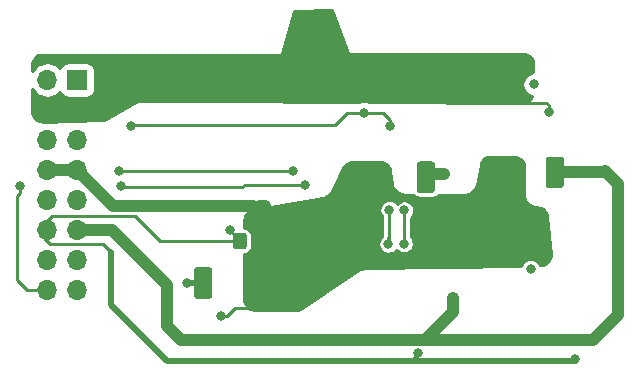
<source format=gtl>
%TF.GenerationSoftware,KiCad,Pcbnew,(5.1.4-0-10_14)*%
%TF.CreationDate,2021-01-25T16:41:12+01:00*%
%TF.ProjectId,DAUGHTER_ALLin,44415547-4854-4455-925f-414c4c696e2e,rev?*%
%TF.SameCoordinates,Original*%
%TF.FileFunction,Copper,L1,Top*%
%TF.FilePolarity,Positive*%
%FSLAX46Y46*%
G04 Gerber Fmt 4.6, Leading zero omitted, Abs format (unit mm)*
G04 Created by KiCad (PCBNEW (5.1.4-0-10_14)) date 2021-01-25 16:41:12*
%MOMM*%
%LPD*%
G04 APERTURE LIST*
%ADD10R,1.700000X1.700000*%
%ADD11O,1.700000X1.700000*%
%ADD12C,0.150000*%
%ADD13C,1.525000*%
%ADD14C,1.150000*%
%ADD15C,0.800000*%
%ADD16C,0.400000*%
%ADD17C,1.000000*%
%ADD18C,0.250000*%
%ADD19C,0.500000*%
%ADD20C,0.254000*%
G04 APERTURE END LIST*
D10*
X79667100Y-98050600D03*
D11*
X77127100Y-98050600D03*
X79667100Y-100590600D03*
X77127100Y-100590600D03*
X79667100Y-103130600D03*
X77127100Y-103130600D03*
X79667100Y-105670600D03*
X77127100Y-105670600D03*
X79667100Y-108210600D03*
X77127100Y-108210600D03*
X79667100Y-110750600D03*
X77127100Y-110750600D03*
X79667100Y-113290600D03*
X77127100Y-113290600D03*
X79667100Y-115830600D03*
X77127100Y-115830600D03*
D12*
G36*
X115979305Y-104530704D02*
G01*
X116003573Y-104534304D01*
X116027372Y-104540265D01*
X116050471Y-104548530D01*
X116072650Y-104559020D01*
X116093693Y-104571632D01*
X116113399Y-104586247D01*
X116131577Y-104602723D01*
X116148053Y-104620901D01*
X116162668Y-104640607D01*
X116175280Y-104661650D01*
X116185770Y-104683829D01*
X116194035Y-104706928D01*
X116199996Y-104730727D01*
X116203596Y-104754995D01*
X116204800Y-104779499D01*
X116204800Y-106929501D01*
X116203596Y-106954005D01*
X116199996Y-106978273D01*
X116194035Y-107002072D01*
X116185770Y-107025171D01*
X116175280Y-107047350D01*
X116162668Y-107068393D01*
X116148053Y-107088099D01*
X116131577Y-107106277D01*
X116113399Y-107122753D01*
X116093693Y-107137368D01*
X116072650Y-107149980D01*
X116050471Y-107160470D01*
X116027372Y-107168735D01*
X116003573Y-107174696D01*
X115979305Y-107178296D01*
X115954801Y-107179500D01*
X114929799Y-107179500D01*
X114905295Y-107178296D01*
X114881027Y-107174696D01*
X114857228Y-107168735D01*
X114834129Y-107160470D01*
X114811950Y-107149980D01*
X114790907Y-107137368D01*
X114771201Y-107122753D01*
X114753023Y-107106277D01*
X114736547Y-107088099D01*
X114721932Y-107068393D01*
X114709320Y-107047350D01*
X114698830Y-107025171D01*
X114690565Y-107002072D01*
X114684604Y-106978273D01*
X114681004Y-106954005D01*
X114679800Y-106929501D01*
X114679800Y-104779499D01*
X114681004Y-104754995D01*
X114684604Y-104730727D01*
X114690565Y-104706928D01*
X114698830Y-104683829D01*
X114709320Y-104661650D01*
X114721932Y-104640607D01*
X114736547Y-104620901D01*
X114753023Y-104602723D01*
X114771201Y-104586247D01*
X114790907Y-104571632D01*
X114811950Y-104559020D01*
X114834129Y-104548530D01*
X114857228Y-104540265D01*
X114881027Y-104534304D01*
X114905295Y-104530704D01*
X114929799Y-104529500D01*
X115954801Y-104529500D01*
X115979305Y-104530704D01*
X115979305Y-104530704D01*
G37*
D13*
X115442300Y-105854500D03*
D12*
G36*
X120654305Y-104530704D02*
G01*
X120678573Y-104534304D01*
X120702372Y-104540265D01*
X120725471Y-104548530D01*
X120747650Y-104559020D01*
X120768693Y-104571632D01*
X120788399Y-104586247D01*
X120806577Y-104602723D01*
X120823053Y-104620901D01*
X120837668Y-104640607D01*
X120850280Y-104661650D01*
X120860770Y-104683829D01*
X120869035Y-104706928D01*
X120874996Y-104730727D01*
X120878596Y-104754995D01*
X120879800Y-104779499D01*
X120879800Y-106929501D01*
X120878596Y-106954005D01*
X120874996Y-106978273D01*
X120869035Y-107002072D01*
X120860770Y-107025171D01*
X120850280Y-107047350D01*
X120837668Y-107068393D01*
X120823053Y-107088099D01*
X120806577Y-107106277D01*
X120788399Y-107122753D01*
X120768693Y-107137368D01*
X120747650Y-107149980D01*
X120725471Y-107160470D01*
X120702372Y-107168735D01*
X120678573Y-107174696D01*
X120654305Y-107178296D01*
X120629801Y-107179500D01*
X119604799Y-107179500D01*
X119580295Y-107178296D01*
X119556027Y-107174696D01*
X119532228Y-107168735D01*
X119509129Y-107160470D01*
X119486950Y-107149980D01*
X119465907Y-107137368D01*
X119446201Y-107122753D01*
X119428023Y-107106277D01*
X119411547Y-107088099D01*
X119396932Y-107068393D01*
X119384320Y-107047350D01*
X119373830Y-107025171D01*
X119365565Y-107002072D01*
X119359604Y-106978273D01*
X119356004Y-106954005D01*
X119354800Y-106929501D01*
X119354800Y-104779499D01*
X119356004Y-104754995D01*
X119359604Y-104730727D01*
X119365565Y-104706928D01*
X119373830Y-104683829D01*
X119384320Y-104661650D01*
X119396932Y-104640607D01*
X119411547Y-104620901D01*
X119428023Y-104602723D01*
X119446201Y-104586247D01*
X119465907Y-104571632D01*
X119486950Y-104559020D01*
X119509129Y-104548530D01*
X119532228Y-104540265D01*
X119556027Y-104534304D01*
X119580295Y-104530704D01*
X119604799Y-104529500D01*
X120629801Y-104529500D01*
X120654305Y-104530704D01*
X120654305Y-104530704D01*
G37*
D13*
X120117300Y-105854500D03*
D12*
G36*
X95840805Y-110978904D02*
G01*
X95865073Y-110982504D01*
X95888872Y-110988465D01*
X95911971Y-110996730D01*
X95934150Y-111007220D01*
X95955193Y-111019832D01*
X95974899Y-111034447D01*
X95993077Y-111050923D01*
X96009553Y-111069101D01*
X96024168Y-111088807D01*
X96036780Y-111109850D01*
X96047270Y-111132029D01*
X96055535Y-111155128D01*
X96061496Y-111178927D01*
X96065096Y-111203195D01*
X96066300Y-111227699D01*
X96066300Y-112127701D01*
X96065096Y-112152205D01*
X96061496Y-112176473D01*
X96055535Y-112200272D01*
X96047270Y-112223371D01*
X96036780Y-112245550D01*
X96024168Y-112266593D01*
X96009553Y-112286299D01*
X95993077Y-112304477D01*
X95974899Y-112320953D01*
X95955193Y-112335568D01*
X95934150Y-112348180D01*
X95911971Y-112358670D01*
X95888872Y-112366935D01*
X95865073Y-112372896D01*
X95840805Y-112376496D01*
X95816301Y-112377700D01*
X95166299Y-112377700D01*
X95141795Y-112376496D01*
X95117527Y-112372896D01*
X95093728Y-112366935D01*
X95070629Y-112358670D01*
X95048450Y-112348180D01*
X95027407Y-112335568D01*
X95007701Y-112320953D01*
X94989523Y-112304477D01*
X94973047Y-112286299D01*
X94958432Y-112266593D01*
X94945820Y-112245550D01*
X94935330Y-112223371D01*
X94927065Y-112200272D01*
X94921104Y-112176473D01*
X94917504Y-112152205D01*
X94916300Y-112127701D01*
X94916300Y-111227699D01*
X94917504Y-111203195D01*
X94921104Y-111178927D01*
X94927065Y-111155128D01*
X94935330Y-111132029D01*
X94945820Y-111109850D01*
X94958432Y-111088807D01*
X94973047Y-111069101D01*
X94989523Y-111050923D01*
X95007701Y-111034447D01*
X95027407Y-111019832D01*
X95048450Y-111007220D01*
X95070629Y-110996730D01*
X95093728Y-110988465D01*
X95117527Y-110982504D01*
X95141795Y-110978904D01*
X95166299Y-110977700D01*
X95816301Y-110977700D01*
X95840805Y-110978904D01*
X95840805Y-110978904D01*
G37*
D14*
X95491300Y-111677700D03*
D12*
G36*
X93790805Y-110978904D02*
G01*
X93815073Y-110982504D01*
X93838872Y-110988465D01*
X93861971Y-110996730D01*
X93884150Y-111007220D01*
X93905193Y-111019832D01*
X93924899Y-111034447D01*
X93943077Y-111050923D01*
X93959553Y-111069101D01*
X93974168Y-111088807D01*
X93986780Y-111109850D01*
X93997270Y-111132029D01*
X94005535Y-111155128D01*
X94011496Y-111178927D01*
X94015096Y-111203195D01*
X94016300Y-111227699D01*
X94016300Y-112127701D01*
X94015096Y-112152205D01*
X94011496Y-112176473D01*
X94005535Y-112200272D01*
X93997270Y-112223371D01*
X93986780Y-112245550D01*
X93974168Y-112266593D01*
X93959553Y-112286299D01*
X93943077Y-112304477D01*
X93924899Y-112320953D01*
X93905193Y-112335568D01*
X93884150Y-112348180D01*
X93861971Y-112358670D01*
X93838872Y-112366935D01*
X93815073Y-112372896D01*
X93790805Y-112376496D01*
X93766301Y-112377700D01*
X93116299Y-112377700D01*
X93091795Y-112376496D01*
X93067527Y-112372896D01*
X93043728Y-112366935D01*
X93020629Y-112358670D01*
X92998450Y-112348180D01*
X92977407Y-112335568D01*
X92957701Y-112320953D01*
X92939523Y-112304477D01*
X92923047Y-112286299D01*
X92908432Y-112266593D01*
X92895820Y-112245550D01*
X92885330Y-112223371D01*
X92877065Y-112200272D01*
X92871104Y-112176473D01*
X92867504Y-112152205D01*
X92866300Y-112127701D01*
X92866300Y-111227699D01*
X92867504Y-111203195D01*
X92871104Y-111178927D01*
X92877065Y-111155128D01*
X92885330Y-111132029D01*
X92895820Y-111109850D01*
X92908432Y-111088807D01*
X92923047Y-111069101D01*
X92939523Y-111050923D01*
X92957701Y-111034447D01*
X92977407Y-111019832D01*
X92998450Y-111007220D01*
X93020629Y-110996730D01*
X93043728Y-110988465D01*
X93067527Y-110982504D01*
X93091795Y-110978904D01*
X93116299Y-110977700D01*
X93766301Y-110977700D01*
X93790805Y-110978904D01*
X93790805Y-110978904D01*
G37*
D14*
X93441300Y-111677700D03*
D12*
G36*
X95559105Y-113909904D02*
G01*
X95583373Y-113913504D01*
X95607172Y-113919465D01*
X95630271Y-113927730D01*
X95652450Y-113938220D01*
X95673493Y-113950832D01*
X95693199Y-113965447D01*
X95711377Y-113981923D01*
X95727853Y-114000101D01*
X95742468Y-114019807D01*
X95755080Y-114040850D01*
X95765570Y-114063029D01*
X95773835Y-114086128D01*
X95779796Y-114109927D01*
X95783396Y-114134195D01*
X95784600Y-114158699D01*
X95784600Y-116308701D01*
X95783396Y-116333205D01*
X95779796Y-116357473D01*
X95773835Y-116381272D01*
X95765570Y-116404371D01*
X95755080Y-116426550D01*
X95742468Y-116447593D01*
X95727853Y-116467299D01*
X95711377Y-116485477D01*
X95693199Y-116501953D01*
X95673493Y-116516568D01*
X95652450Y-116529180D01*
X95630271Y-116539670D01*
X95607172Y-116547935D01*
X95583373Y-116553896D01*
X95559105Y-116557496D01*
X95534601Y-116558700D01*
X94509599Y-116558700D01*
X94485095Y-116557496D01*
X94460827Y-116553896D01*
X94437028Y-116547935D01*
X94413929Y-116539670D01*
X94391750Y-116529180D01*
X94370707Y-116516568D01*
X94351001Y-116501953D01*
X94332823Y-116485477D01*
X94316347Y-116467299D01*
X94301732Y-116447593D01*
X94289120Y-116426550D01*
X94278630Y-116404371D01*
X94270365Y-116381272D01*
X94264404Y-116357473D01*
X94260804Y-116333205D01*
X94259600Y-116308701D01*
X94259600Y-114158699D01*
X94260804Y-114134195D01*
X94264404Y-114109927D01*
X94270365Y-114086128D01*
X94278630Y-114063029D01*
X94289120Y-114040850D01*
X94301732Y-114019807D01*
X94316347Y-114000101D01*
X94332823Y-113981923D01*
X94351001Y-113965447D01*
X94370707Y-113950832D01*
X94391750Y-113938220D01*
X94413929Y-113927730D01*
X94437028Y-113919465D01*
X94460827Y-113913504D01*
X94485095Y-113909904D01*
X94509599Y-113908700D01*
X95534601Y-113908700D01*
X95559105Y-113909904D01*
X95559105Y-113909904D01*
G37*
D13*
X95022100Y-115233700D03*
D12*
G36*
X90884105Y-113909904D02*
G01*
X90908373Y-113913504D01*
X90932172Y-113919465D01*
X90955271Y-113927730D01*
X90977450Y-113938220D01*
X90998493Y-113950832D01*
X91018199Y-113965447D01*
X91036377Y-113981923D01*
X91052853Y-114000101D01*
X91067468Y-114019807D01*
X91080080Y-114040850D01*
X91090570Y-114063029D01*
X91098835Y-114086128D01*
X91104796Y-114109927D01*
X91108396Y-114134195D01*
X91109600Y-114158699D01*
X91109600Y-116308701D01*
X91108396Y-116333205D01*
X91104796Y-116357473D01*
X91098835Y-116381272D01*
X91090570Y-116404371D01*
X91080080Y-116426550D01*
X91067468Y-116447593D01*
X91052853Y-116467299D01*
X91036377Y-116485477D01*
X91018199Y-116501953D01*
X90998493Y-116516568D01*
X90977450Y-116529180D01*
X90955271Y-116539670D01*
X90932172Y-116547935D01*
X90908373Y-116553896D01*
X90884105Y-116557496D01*
X90859601Y-116558700D01*
X89834599Y-116558700D01*
X89810095Y-116557496D01*
X89785827Y-116553896D01*
X89762028Y-116547935D01*
X89738929Y-116539670D01*
X89716750Y-116529180D01*
X89695707Y-116516568D01*
X89676001Y-116501953D01*
X89657823Y-116485477D01*
X89641347Y-116467299D01*
X89626732Y-116447593D01*
X89614120Y-116426550D01*
X89603630Y-116404371D01*
X89595365Y-116381272D01*
X89589404Y-116357473D01*
X89585804Y-116333205D01*
X89584600Y-116308701D01*
X89584600Y-114158699D01*
X89585804Y-114134195D01*
X89589404Y-114109927D01*
X89595365Y-114086128D01*
X89603630Y-114063029D01*
X89614120Y-114040850D01*
X89626732Y-114019807D01*
X89641347Y-114000101D01*
X89657823Y-113981923D01*
X89676001Y-113965447D01*
X89695707Y-113950832D01*
X89716750Y-113938220D01*
X89738929Y-113927730D01*
X89762028Y-113919465D01*
X89785827Y-113913504D01*
X89810095Y-113909904D01*
X89834599Y-113908700D01*
X90859601Y-113908700D01*
X90884105Y-113909904D01*
X90884105Y-113909904D01*
G37*
D13*
X90347100Y-115233700D03*
D12*
G36*
X105057305Y-104949804D02*
G01*
X105081573Y-104953404D01*
X105105372Y-104959365D01*
X105128471Y-104967630D01*
X105150650Y-104978120D01*
X105171693Y-104990732D01*
X105191399Y-105005347D01*
X105209577Y-105021823D01*
X105226053Y-105040001D01*
X105240668Y-105059707D01*
X105253280Y-105080750D01*
X105263770Y-105102929D01*
X105272035Y-105126028D01*
X105277996Y-105149827D01*
X105281596Y-105174095D01*
X105282800Y-105198599D01*
X105282800Y-107348601D01*
X105281596Y-107373105D01*
X105277996Y-107397373D01*
X105272035Y-107421172D01*
X105263770Y-107444271D01*
X105253280Y-107466450D01*
X105240668Y-107487493D01*
X105226053Y-107507199D01*
X105209577Y-107525377D01*
X105191399Y-107541853D01*
X105171693Y-107556468D01*
X105150650Y-107569080D01*
X105128471Y-107579570D01*
X105105372Y-107587835D01*
X105081573Y-107593796D01*
X105057305Y-107597396D01*
X105032801Y-107598600D01*
X104007799Y-107598600D01*
X103983295Y-107597396D01*
X103959027Y-107593796D01*
X103935228Y-107587835D01*
X103912129Y-107579570D01*
X103889950Y-107569080D01*
X103868907Y-107556468D01*
X103849201Y-107541853D01*
X103831023Y-107525377D01*
X103814547Y-107507199D01*
X103799932Y-107487493D01*
X103787320Y-107466450D01*
X103776830Y-107444271D01*
X103768565Y-107421172D01*
X103762604Y-107397373D01*
X103759004Y-107373105D01*
X103757800Y-107348601D01*
X103757800Y-105198599D01*
X103759004Y-105174095D01*
X103762604Y-105149827D01*
X103768565Y-105126028D01*
X103776830Y-105102929D01*
X103787320Y-105080750D01*
X103799932Y-105059707D01*
X103814547Y-105040001D01*
X103831023Y-105021823D01*
X103849201Y-105005347D01*
X103868907Y-104990732D01*
X103889950Y-104978120D01*
X103912129Y-104967630D01*
X103935228Y-104959365D01*
X103959027Y-104953404D01*
X103983295Y-104949804D01*
X104007799Y-104948600D01*
X105032801Y-104948600D01*
X105057305Y-104949804D01*
X105057305Y-104949804D01*
G37*
D13*
X104520300Y-106273600D03*
D12*
G36*
X109732305Y-104949804D02*
G01*
X109756573Y-104953404D01*
X109780372Y-104959365D01*
X109803471Y-104967630D01*
X109825650Y-104978120D01*
X109846693Y-104990732D01*
X109866399Y-105005347D01*
X109884577Y-105021823D01*
X109901053Y-105040001D01*
X109915668Y-105059707D01*
X109928280Y-105080750D01*
X109938770Y-105102929D01*
X109947035Y-105126028D01*
X109952996Y-105149827D01*
X109956596Y-105174095D01*
X109957800Y-105198599D01*
X109957800Y-107348601D01*
X109956596Y-107373105D01*
X109952996Y-107397373D01*
X109947035Y-107421172D01*
X109938770Y-107444271D01*
X109928280Y-107466450D01*
X109915668Y-107487493D01*
X109901053Y-107507199D01*
X109884577Y-107525377D01*
X109866399Y-107541853D01*
X109846693Y-107556468D01*
X109825650Y-107569080D01*
X109803471Y-107579570D01*
X109780372Y-107587835D01*
X109756573Y-107593796D01*
X109732305Y-107597396D01*
X109707801Y-107598600D01*
X108682799Y-107598600D01*
X108658295Y-107597396D01*
X108634027Y-107593796D01*
X108610228Y-107587835D01*
X108587129Y-107579570D01*
X108564950Y-107569080D01*
X108543907Y-107556468D01*
X108524201Y-107541853D01*
X108506023Y-107525377D01*
X108489547Y-107507199D01*
X108474932Y-107487493D01*
X108462320Y-107466450D01*
X108451830Y-107444271D01*
X108443565Y-107421172D01*
X108437604Y-107397373D01*
X108434004Y-107373105D01*
X108432800Y-107348601D01*
X108432800Y-105198599D01*
X108434004Y-105174095D01*
X108437604Y-105149827D01*
X108443565Y-105126028D01*
X108451830Y-105102929D01*
X108462320Y-105080750D01*
X108474932Y-105059707D01*
X108489547Y-105040001D01*
X108506023Y-105021823D01*
X108524201Y-105005347D01*
X108543907Y-104990732D01*
X108564950Y-104978120D01*
X108587129Y-104967630D01*
X108610228Y-104959365D01*
X108634027Y-104953404D01*
X108658295Y-104949804D01*
X108682799Y-104948600D01*
X109707801Y-104948600D01*
X109732305Y-104949804D01*
X109732305Y-104949804D01*
G37*
D13*
X109195300Y-106273600D03*
D15*
X101886000Y-111874300D03*
X96837500Y-111512600D03*
D16*
X119088640Y-110037160D03*
X119088640Y-110637160D03*
X119088640Y-111237160D03*
X114456240Y-108573260D03*
X114456240Y-107969860D03*
D15*
X103936800Y-110464600D03*
X96050100Y-115722400D03*
X91808300Y-118008400D03*
X92570300Y-110788700D03*
X121814700Y-121682400D03*
X108508800Y-121170700D03*
X103936800Y-100863400D03*
X106133900Y-101981000D03*
X84239100Y-101904800D03*
X107365800Y-109080300D03*
X107327700Y-111899700D03*
X106006900Y-111925100D03*
X106095800Y-109029500D03*
D16*
X92929740Y-98962460D03*
X92929740Y-99562460D03*
X92329740Y-98962460D03*
D15*
X97967800Y-105772200D03*
X83235800Y-105746800D03*
X74847701Y-107035599D03*
X98958400Y-106934000D03*
X83362800Y-106984800D03*
D16*
X92329740Y-99562460D03*
D15*
X119583200Y-100736400D03*
X114325400Y-99021900D03*
X98894900Y-93827600D03*
X104622600Y-99250500D03*
X100749100Y-99288600D03*
X118376700Y-98425000D03*
X118071900Y-114027200D03*
X88932000Y-115233700D03*
X111506000Y-116471700D03*
X110744000Y-106032300D03*
D17*
X77127100Y-105670600D02*
X79667100Y-105670600D01*
D18*
X96799400Y-111474500D02*
X96837500Y-111512600D01*
X95636300Y-111474500D02*
X96799400Y-111474500D01*
X92373985Y-118008400D02*
X93021685Y-117360700D01*
X91808300Y-118008400D02*
X92373985Y-118008400D01*
X93021685Y-117360700D02*
X94615000Y-117360700D01*
X95022100Y-116953600D02*
X95022100Y-115233700D01*
X94615000Y-117360700D02*
X95022100Y-116953600D01*
D17*
X82219800Y-108223300D02*
X79667100Y-105670600D01*
X82677000Y-108680500D02*
X82219800Y-108223300D01*
X95173800Y-109321600D02*
X94532700Y-108680500D01*
X94532700Y-108680500D02*
X82677000Y-108680500D01*
X95173800Y-108680500D02*
X95173800Y-109321600D01*
X95536000Y-108680500D02*
X95173800Y-108680500D01*
D18*
X93441300Y-111659700D02*
X92570300Y-110788700D01*
X93441300Y-111677700D02*
X93441300Y-111659700D01*
X92766300Y-111677700D02*
X93441300Y-111677700D01*
X84600799Y-109575599D02*
X86702900Y-111677700D01*
X76883990Y-110263872D02*
X77572263Y-109575599D01*
X76883990Y-111440528D02*
X76883990Y-110263872D01*
X81840910Y-111927210D02*
X77370672Y-111927210D01*
X77572263Y-109575599D02*
X84600799Y-109575599D01*
X86702900Y-111677700D02*
X92766300Y-111677700D01*
X77370672Y-111927210D02*
X76883990Y-111440528D01*
X108169600Y-121509900D02*
X108508800Y-121170700D01*
X108169600Y-121758600D02*
X108169600Y-121509900D01*
D19*
X82550000Y-112636300D02*
X82550000Y-117106700D01*
D18*
X82550000Y-112636300D02*
X81840910Y-111927210D01*
D19*
X82550000Y-117106700D02*
X87299800Y-121856500D01*
X87299800Y-121856500D02*
X121881900Y-121856500D01*
D18*
X106008400Y-102106500D02*
X106133900Y-101981000D01*
X105956100Y-102106500D02*
X106008400Y-102106500D01*
X106133900Y-101415315D02*
X105581985Y-100863400D01*
X105581985Y-100863400D02*
X103936800Y-100863400D01*
X106133900Y-101981000D02*
X106133900Y-101415315D01*
X103936800Y-100863400D02*
X102527100Y-100863400D01*
X84264500Y-101879400D02*
X84239100Y-101904800D01*
X101511100Y-101879400D02*
X84264500Y-101879400D01*
X102527100Y-100863400D02*
X101511100Y-101879400D01*
X107365800Y-111861600D02*
X107327700Y-111899700D01*
X107365800Y-109080300D02*
X107365800Y-111861600D01*
X106006900Y-111385600D02*
X106006900Y-112160300D01*
X106006900Y-111563400D02*
X106006900Y-111385600D01*
X106057700Y-111874300D02*
X106006900Y-111925100D01*
X106057700Y-109067600D02*
X106057700Y-111874300D01*
X74847701Y-107601284D02*
X74549000Y-107899985D01*
X74847701Y-107035599D02*
X74847701Y-107601284D01*
X91808300Y-105772200D02*
X91782900Y-105746800D01*
X91782900Y-105746800D02*
X83235800Y-105746800D01*
X97967800Y-105772200D02*
X91808300Y-105772200D01*
X93192600Y-105746800D02*
X91782900Y-105746800D01*
X74549000Y-113252500D02*
X74599800Y-113303300D01*
X74549000Y-107899985D02*
X74549000Y-113252500D01*
X74599800Y-113303300D02*
X74599800Y-114973100D01*
X75457300Y-115830600D02*
X77127100Y-115830600D01*
X74599800Y-114973100D02*
X75457300Y-115830600D01*
X93662500Y-107080300D02*
X83400900Y-107080300D01*
X93840300Y-106902500D02*
X93662500Y-107080300D01*
X98958400Y-106902500D02*
X93840300Y-106902500D01*
X119583200Y-100170715D02*
X119399585Y-99987100D01*
X119583200Y-100736400D02*
X119583200Y-100170715D01*
X115290600Y-99987100D02*
X114325400Y-99021900D01*
X119399585Y-99987100D02*
X115290600Y-99987100D01*
D19*
X88932000Y-115233700D02*
X90347100Y-115233700D01*
D17*
X79667100Y-110750600D02*
X82607400Y-110750600D01*
X82607400Y-110750600D02*
X87261700Y-115404900D01*
X87261700Y-115404900D02*
X87261700Y-118846600D01*
X87261700Y-118846600D02*
X88485799Y-120070699D01*
X123337501Y-120070699D02*
X125488700Y-117919500D01*
X125488700Y-117919500D02*
X125488700Y-106883200D01*
X125488700Y-106883200D02*
X124383800Y-105778300D01*
X124307600Y-105854500D02*
X120117300Y-105854500D01*
X124383800Y-105778300D02*
X124307600Y-105854500D01*
X111066399Y-120070699D02*
X109367501Y-120070699D01*
X111066399Y-120070699D02*
X123337501Y-120070699D01*
X108056499Y-120070699D02*
X109088101Y-120070699D01*
X88485799Y-120070699D02*
X108056499Y-120070699D01*
X108056499Y-120070699D02*
X111066399Y-120070699D01*
X109088101Y-120070699D02*
X111467900Y-117690900D01*
X111467900Y-116509800D02*
X111506000Y-116471700D01*
X111467900Y-117690900D02*
X111467900Y-116509800D01*
X109277600Y-106032300D02*
X109195300Y-105950000D01*
X110744000Y-106032300D02*
X109277600Y-106032300D01*
D20*
G36*
X116653004Y-104561694D02*
G01*
X116829103Y-104580813D01*
X116992126Y-104632017D01*
X117142044Y-104714017D01*
X117273099Y-104823667D01*
X117380265Y-104956756D01*
X117459433Y-105108187D01*
X117507564Y-105272146D01*
X117523372Y-105448576D01*
X117503200Y-107756155D01*
X117503709Y-107768679D01*
X117520484Y-107954572D01*
X117525182Y-107979166D01*
X117578102Y-108158156D01*
X117587533Y-108181351D01*
X117674542Y-108346479D01*
X117688341Y-108367372D01*
X117806056Y-108512220D01*
X117823686Y-108530000D01*
X117967531Y-108648938D01*
X117988306Y-108662913D01*
X118152691Y-108751318D01*
X118175804Y-108760946D01*
X118354338Y-108815382D01*
X118378892Y-108820288D01*
X118564637Y-108838638D01*
X118577157Y-108839253D01*
X118608141Y-108839245D01*
X118798533Y-108859463D01*
X118973963Y-108917194D01*
X119133306Y-109010564D01*
X119269420Y-109135390D01*
X119376199Y-109286068D01*
X119448867Y-109455861D01*
X119485453Y-109643800D01*
X119757517Y-112791972D01*
X119754499Y-112977036D01*
X119715303Y-113151220D01*
X119641465Y-113313779D01*
X119536084Y-113457891D01*
X119403560Y-113577537D01*
X119249459Y-113667694D01*
X119080226Y-113724589D01*
X118896457Y-113746616D01*
X118859731Y-113747232D01*
X118811867Y-113631679D01*
X118720487Y-113494919D01*
X118604181Y-113378613D01*
X118467421Y-113287233D01*
X118315460Y-113224289D01*
X118154140Y-113192200D01*
X117989660Y-113192200D01*
X117828340Y-113224289D01*
X117676379Y-113287233D01*
X117539619Y-113378613D01*
X117423313Y-113494919D01*
X117331933Y-113631679D01*
X117273039Y-113773863D01*
X104005243Y-113996547D01*
X103992966Y-113997349D01*
X103800694Y-114019304D01*
X103776660Y-114024442D01*
X103592217Y-114083020D01*
X103569623Y-114092691D01*
X103399916Y-114185698D01*
X103389425Y-114192127D01*
X98714752Y-117378297D01*
X98553026Y-117465892D01*
X98383169Y-117517075D01*
X98199972Y-117533413D01*
X94673070Y-117487874D01*
X94497972Y-117468453D01*
X94335903Y-117417328D01*
X94186821Y-117335753D01*
X94056383Y-117226823D01*
X93949539Y-117094672D01*
X93870341Y-116944311D01*
X93821797Y-116781454D01*
X93805159Y-116606072D01*
X93816441Y-112809866D01*
X93900348Y-112801602D01*
X94029244Y-112762501D01*
X94148035Y-112699006D01*
X94252156Y-112613556D01*
X94337606Y-112509435D01*
X94401101Y-112390644D01*
X94440202Y-112261748D01*
X94453404Y-112127701D01*
X94453404Y-111842860D01*
X105171900Y-111842860D01*
X105171900Y-112007340D01*
X105203989Y-112168660D01*
X105266933Y-112320621D01*
X105358313Y-112457381D01*
X105474619Y-112573687D01*
X105611379Y-112665067D01*
X105763340Y-112728011D01*
X105924660Y-112760100D01*
X106089140Y-112760100D01*
X106250460Y-112728011D01*
X106402421Y-112665067D01*
X106539181Y-112573687D01*
X106655487Y-112457381D01*
X106675786Y-112427002D01*
X106679113Y-112431981D01*
X106795419Y-112548287D01*
X106932179Y-112639667D01*
X107084140Y-112702611D01*
X107245460Y-112734700D01*
X107409940Y-112734700D01*
X107571260Y-112702611D01*
X107723221Y-112639667D01*
X107859981Y-112548287D01*
X107976287Y-112431981D01*
X108067667Y-112295221D01*
X108130611Y-112143260D01*
X108162700Y-111981940D01*
X108162700Y-111817460D01*
X108130611Y-111656140D01*
X108067667Y-111504179D01*
X107976287Y-111367419D01*
X107925800Y-111316932D01*
X107925800Y-109701168D01*
X108014387Y-109612581D01*
X108105767Y-109475821D01*
X108168711Y-109323860D01*
X108200800Y-109162540D01*
X108200800Y-108998060D01*
X108168711Y-108836740D01*
X108105767Y-108684779D01*
X108014387Y-108548019D01*
X107898081Y-108431713D01*
X107761321Y-108340333D01*
X107609360Y-108277389D01*
X107448040Y-108245300D01*
X107283560Y-108245300D01*
X107122240Y-108277389D01*
X106970279Y-108340333D01*
X106833519Y-108431713D01*
X106753850Y-108511382D01*
X106744387Y-108497219D01*
X106628081Y-108380913D01*
X106491321Y-108289533D01*
X106339360Y-108226589D01*
X106178040Y-108194500D01*
X106013560Y-108194500D01*
X105852240Y-108226589D01*
X105700279Y-108289533D01*
X105563519Y-108380913D01*
X105447213Y-108497219D01*
X105355833Y-108633979D01*
X105292889Y-108785940D01*
X105260800Y-108947260D01*
X105260800Y-109111740D01*
X105292889Y-109273060D01*
X105355833Y-109425021D01*
X105447213Y-109561781D01*
X105497700Y-109612268D01*
X105497701Y-111150289D01*
X105487025Y-111170261D01*
X105459255Y-111261805D01*
X105455003Y-111275822D01*
X105452784Y-111298348D01*
X105358313Y-111392819D01*
X105266933Y-111529579D01*
X105203989Y-111681540D01*
X105171900Y-111842860D01*
X94453404Y-111842860D01*
X94453404Y-111227699D01*
X94440202Y-111093652D01*
X94401101Y-110964756D01*
X94337606Y-110845965D01*
X94252156Y-110741844D01*
X94148035Y-110656394D01*
X94029244Y-110592899D01*
X93900348Y-110553798D01*
X93823168Y-110546197D01*
X93825070Y-109906226D01*
X93843701Y-109726268D01*
X93895863Y-109559735D01*
X93980132Y-109406912D01*
X94093129Y-109273926D01*
X94230339Y-109166087D01*
X94386266Y-109087718D01*
X94560842Y-109040278D01*
X100448798Y-108058952D01*
X100460673Y-108056384D01*
X100645326Y-108007094D01*
X100668072Y-107998621D01*
X100839975Y-107915101D01*
X100860692Y-107902457D01*
X101013567Y-107787760D01*
X101031502Y-107771404D01*
X101159764Y-107629717D01*
X101174259Y-107610249D01*
X101273224Y-107446749D01*
X101279011Y-107436066D01*
X102209550Y-105502775D01*
X102297067Y-105357584D01*
X102406143Y-105235743D01*
X102536044Y-105136395D01*
X102682200Y-105063037D01*
X102839480Y-105018244D01*
X103008323Y-105003051D01*
X105318564Y-105012574D01*
X105506030Y-105033009D01*
X105678850Y-105089799D01*
X105836125Y-105181193D01*
X105971031Y-105303222D01*
X106077692Y-105450573D01*
X106151475Y-105616845D01*
X106190552Y-105801331D01*
X106289373Y-106745620D01*
X106291429Y-106758669D01*
X106334404Y-106961947D01*
X106342515Y-106987057D01*
X106426570Y-107177067D01*
X106439694Y-107199959D01*
X106561200Y-107368498D01*
X106578771Y-107388184D01*
X106732482Y-107527976D01*
X106753742Y-107543605D01*
X106933023Y-107648616D01*
X106957054Y-107659515D01*
X107154165Y-107725211D01*
X107179930Y-107730909D01*
X107386363Y-107754455D01*
X107399549Y-107755267D01*
X108137708Y-107762277D01*
X108196944Y-107834456D01*
X108301065Y-107919906D01*
X108419856Y-107983401D01*
X108548752Y-108022502D01*
X108682799Y-108035704D01*
X109707801Y-108035704D01*
X109841848Y-108022502D01*
X109970744Y-107983401D01*
X110089535Y-107919906D01*
X110193656Y-107834456D01*
X110236534Y-107782209D01*
X112370539Y-107802475D01*
X112383021Y-107801979D01*
X112578740Y-107784532D01*
X112603259Y-107779885D01*
X112791787Y-107724503D01*
X112814924Y-107715151D01*
X112988983Y-107623972D01*
X113009843Y-107610277D01*
X113162713Y-107486823D01*
X113180493Y-107469313D01*
X113306271Y-107318349D01*
X113320284Y-107297699D01*
X113414113Y-107125054D01*
X113423818Y-107102064D01*
X113482077Y-106914404D01*
X113485189Y-106902305D01*
X113825562Y-105245391D01*
X113878277Y-105075611D01*
X113960185Y-104924947D01*
X114069980Y-104793219D01*
X114203427Y-104685510D01*
X114355356Y-104605993D01*
X114519917Y-104557730D01*
X114696988Y-104542037D01*
X116653004Y-104561694D01*
X116653004Y-104561694D01*
G37*
X116653004Y-104561694D02*
X116829103Y-104580813D01*
X116992126Y-104632017D01*
X117142044Y-104714017D01*
X117273099Y-104823667D01*
X117380265Y-104956756D01*
X117459433Y-105108187D01*
X117507564Y-105272146D01*
X117523372Y-105448576D01*
X117503200Y-107756155D01*
X117503709Y-107768679D01*
X117520484Y-107954572D01*
X117525182Y-107979166D01*
X117578102Y-108158156D01*
X117587533Y-108181351D01*
X117674542Y-108346479D01*
X117688341Y-108367372D01*
X117806056Y-108512220D01*
X117823686Y-108530000D01*
X117967531Y-108648938D01*
X117988306Y-108662913D01*
X118152691Y-108751318D01*
X118175804Y-108760946D01*
X118354338Y-108815382D01*
X118378892Y-108820288D01*
X118564637Y-108838638D01*
X118577157Y-108839253D01*
X118608141Y-108839245D01*
X118798533Y-108859463D01*
X118973963Y-108917194D01*
X119133306Y-109010564D01*
X119269420Y-109135390D01*
X119376199Y-109286068D01*
X119448867Y-109455861D01*
X119485453Y-109643800D01*
X119757517Y-112791972D01*
X119754499Y-112977036D01*
X119715303Y-113151220D01*
X119641465Y-113313779D01*
X119536084Y-113457891D01*
X119403560Y-113577537D01*
X119249459Y-113667694D01*
X119080226Y-113724589D01*
X118896457Y-113746616D01*
X118859731Y-113747232D01*
X118811867Y-113631679D01*
X118720487Y-113494919D01*
X118604181Y-113378613D01*
X118467421Y-113287233D01*
X118315460Y-113224289D01*
X118154140Y-113192200D01*
X117989660Y-113192200D01*
X117828340Y-113224289D01*
X117676379Y-113287233D01*
X117539619Y-113378613D01*
X117423313Y-113494919D01*
X117331933Y-113631679D01*
X117273039Y-113773863D01*
X104005243Y-113996547D01*
X103992966Y-113997349D01*
X103800694Y-114019304D01*
X103776660Y-114024442D01*
X103592217Y-114083020D01*
X103569623Y-114092691D01*
X103399916Y-114185698D01*
X103389425Y-114192127D01*
X98714752Y-117378297D01*
X98553026Y-117465892D01*
X98383169Y-117517075D01*
X98199972Y-117533413D01*
X94673070Y-117487874D01*
X94497972Y-117468453D01*
X94335903Y-117417328D01*
X94186821Y-117335753D01*
X94056383Y-117226823D01*
X93949539Y-117094672D01*
X93870341Y-116944311D01*
X93821797Y-116781454D01*
X93805159Y-116606072D01*
X93816441Y-112809866D01*
X93900348Y-112801602D01*
X94029244Y-112762501D01*
X94148035Y-112699006D01*
X94252156Y-112613556D01*
X94337606Y-112509435D01*
X94401101Y-112390644D01*
X94440202Y-112261748D01*
X94453404Y-112127701D01*
X94453404Y-111842860D01*
X105171900Y-111842860D01*
X105171900Y-112007340D01*
X105203989Y-112168660D01*
X105266933Y-112320621D01*
X105358313Y-112457381D01*
X105474619Y-112573687D01*
X105611379Y-112665067D01*
X105763340Y-112728011D01*
X105924660Y-112760100D01*
X106089140Y-112760100D01*
X106250460Y-112728011D01*
X106402421Y-112665067D01*
X106539181Y-112573687D01*
X106655487Y-112457381D01*
X106675786Y-112427002D01*
X106679113Y-112431981D01*
X106795419Y-112548287D01*
X106932179Y-112639667D01*
X107084140Y-112702611D01*
X107245460Y-112734700D01*
X107409940Y-112734700D01*
X107571260Y-112702611D01*
X107723221Y-112639667D01*
X107859981Y-112548287D01*
X107976287Y-112431981D01*
X108067667Y-112295221D01*
X108130611Y-112143260D01*
X108162700Y-111981940D01*
X108162700Y-111817460D01*
X108130611Y-111656140D01*
X108067667Y-111504179D01*
X107976287Y-111367419D01*
X107925800Y-111316932D01*
X107925800Y-109701168D01*
X108014387Y-109612581D01*
X108105767Y-109475821D01*
X108168711Y-109323860D01*
X108200800Y-109162540D01*
X108200800Y-108998060D01*
X108168711Y-108836740D01*
X108105767Y-108684779D01*
X108014387Y-108548019D01*
X107898081Y-108431713D01*
X107761321Y-108340333D01*
X107609360Y-108277389D01*
X107448040Y-108245300D01*
X107283560Y-108245300D01*
X107122240Y-108277389D01*
X106970279Y-108340333D01*
X106833519Y-108431713D01*
X106753850Y-108511382D01*
X106744387Y-108497219D01*
X106628081Y-108380913D01*
X106491321Y-108289533D01*
X106339360Y-108226589D01*
X106178040Y-108194500D01*
X106013560Y-108194500D01*
X105852240Y-108226589D01*
X105700279Y-108289533D01*
X105563519Y-108380913D01*
X105447213Y-108497219D01*
X105355833Y-108633979D01*
X105292889Y-108785940D01*
X105260800Y-108947260D01*
X105260800Y-109111740D01*
X105292889Y-109273060D01*
X105355833Y-109425021D01*
X105447213Y-109561781D01*
X105497700Y-109612268D01*
X105497701Y-111150289D01*
X105487025Y-111170261D01*
X105459255Y-111261805D01*
X105455003Y-111275822D01*
X105452784Y-111298348D01*
X105358313Y-111392819D01*
X105266933Y-111529579D01*
X105203989Y-111681540D01*
X105171900Y-111842860D01*
X94453404Y-111842860D01*
X94453404Y-111227699D01*
X94440202Y-111093652D01*
X94401101Y-110964756D01*
X94337606Y-110845965D01*
X94252156Y-110741844D01*
X94148035Y-110656394D01*
X94029244Y-110592899D01*
X93900348Y-110553798D01*
X93823168Y-110546197D01*
X93825070Y-109906226D01*
X93843701Y-109726268D01*
X93895863Y-109559735D01*
X93980132Y-109406912D01*
X94093129Y-109273926D01*
X94230339Y-109166087D01*
X94386266Y-109087718D01*
X94560842Y-109040278D01*
X100448798Y-108058952D01*
X100460673Y-108056384D01*
X100645326Y-108007094D01*
X100668072Y-107998621D01*
X100839975Y-107915101D01*
X100860692Y-107902457D01*
X101013567Y-107787760D01*
X101031502Y-107771404D01*
X101159764Y-107629717D01*
X101174259Y-107610249D01*
X101273224Y-107446749D01*
X101279011Y-107436066D01*
X102209550Y-105502775D01*
X102297067Y-105357584D01*
X102406143Y-105235743D01*
X102536044Y-105136395D01*
X102682200Y-105063037D01*
X102839480Y-105018244D01*
X103008323Y-105003051D01*
X105318564Y-105012574D01*
X105506030Y-105033009D01*
X105678850Y-105089799D01*
X105836125Y-105181193D01*
X105971031Y-105303222D01*
X106077692Y-105450573D01*
X106151475Y-105616845D01*
X106190552Y-105801331D01*
X106289373Y-106745620D01*
X106291429Y-106758669D01*
X106334404Y-106961947D01*
X106342515Y-106987057D01*
X106426570Y-107177067D01*
X106439694Y-107199959D01*
X106561200Y-107368498D01*
X106578771Y-107388184D01*
X106732482Y-107527976D01*
X106753742Y-107543605D01*
X106933023Y-107648616D01*
X106957054Y-107659515D01*
X107154165Y-107725211D01*
X107179930Y-107730909D01*
X107386363Y-107754455D01*
X107399549Y-107755267D01*
X108137708Y-107762277D01*
X108196944Y-107834456D01*
X108301065Y-107919906D01*
X108419856Y-107983401D01*
X108548752Y-108022502D01*
X108682799Y-108035704D01*
X109707801Y-108035704D01*
X109841848Y-108022502D01*
X109970744Y-107983401D01*
X110089535Y-107919906D01*
X110193656Y-107834456D01*
X110236534Y-107782209D01*
X112370539Y-107802475D01*
X112383021Y-107801979D01*
X112578740Y-107784532D01*
X112603259Y-107779885D01*
X112791787Y-107724503D01*
X112814924Y-107715151D01*
X112988983Y-107623972D01*
X113009843Y-107610277D01*
X113162713Y-107486823D01*
X113180493Y-107469313D01*
X113306271Y-107318349D01*
X113320284Y-107297699D01*
X113414113Y-107125054D01*
X113423818Y-107102064D01*
X113482077Y-106914404D01*
X113485189Y-106902305D01*
X113825562Y-105245391D01*
X113878277Y-105075611D01*
X113960185Y-104924947D01*
X114069980Y-104793219D01*
X114203427Y-104685510D01*
X114355356Y-104605993D01*
X114519917Y-104557730D01*
X114696988Y-104542037D01*
X116653004Y-104561694D01*
G36*
X102737677Y-96224849D02*
G01*
X96906858Y-96128270D01*
X98025855Y-92188586D01*
X101244924Y-92164563D01*
X102737677Y-96224849D01*
X102737677Y-96224849D01*
G37*
X102737677Y-96224849D02*
X96906858Y-96128270D01*
X98025855Y-92188586D01*
X101244924Y-92164563D01*
X102737677Y-96224849D01*
G36*
X117599197Y-95856919D02*
G01*
X117763879Y-95906925D01*
X117915543Y-95988293D01*
X118048272Y-96097845D01*
X118156921Y-96231335D01*
X118237245Y-96383553D01*
X118286120Y-96548573D01*
X118302215Y-96726267D01*
X118296593Y-97390000D01*
X118274761Y-97390000D01*
X118074802Y-97429774D01*
X117886444Y-97507795D01*
X117716926Y-97621063D01*
X117572763Y-97765226D01*
X117459495Y-97934744D01*
X117381474Y-98123102D01*
X117341700Y-98323061D01*
X117341700Y-98526939D01*
X117381474Y-98726898D01*
X117459495Y-98915256D01*
X117572763Y-99084774D01*
X117716926Y-99228937D01*
X117886444Y-99342205D01*
X118074802Y-99420226D01*
X118213278Y-99447770D01*
X118212430Y-99450491D01*
X118130904Y-99600372D01*
X118021772Y-99731512D01*
X117889201Y-99838903D01*
X117738254Y-99918442D01*
X117574726Y-99967078D01*
X117398627Y-99983538D01*
X104368038Y-99921749D01*
X104238698Y-99868174D01*
X104038739Y-99828400D01*
X103834861Y-99828400D01*
X103634902Y-99868174D01*
X103515324Y-99917705D01*
X90698143Y-99856928D01*
X90698058Y-99856928D01*
X90697076Y-99856924D01*
X90697036Y-99856924D01*
X85056077Y-99835718D01*
X85044911Y-99836168D01*
X84869705Y-99850967D01*
X84847705Y-99854795D01*
X84677799Y-99900053D01*
X84656809Y-99907676D01*
X84497456Y-99981994D01*
X84487545Y-99987159D01*
X82118169Y-101357697D01*
X81980472Y-101422551D01*
X81839026Y-101461956D01*
X81687631Y-101477638D01*
X76757370Y-101571199D01*
X76579438Y-101556956D01*
X76413836Y-101509770D01*
X76260731Y-101430978D01*
X76126082Y-101323647D01*
X76015142Y-101191963D01*
X75932227Y-101041054D01*
X75880567Y-100876793D01*
X75861502Y-100699309D01*
X75846048Y-98804132D01*
X75886394Y-98879614D01*
X76071966Y-99105734D01*
X76298086Y-99291306D01*
X76556066Y-99429199D01*
X76835989Y-99514113D01*
X77054150Y-99535600D01*
X77200050Y-99535600D01*
X77418211Y-99514113D01*
X77698134Y-99429199D01*
X77956114Y-99291306D01*
X78182234Y-99105734D01*
X78206707Y-99075913D01*
X78227598Y-99144780D01*
X78286563Y-99255094D01*
X78365915Y-99351785D01*
X78462606Y-99431137D01*
X78572920Y-99490102D01*
X78692618Y-99526412D01*
X78817100Y-99538672D01*
X80517100Y-99538672D01*
X80641582Y-99526412D01*
X80761280Y-99490102D01*
X80871594Y-99431137D01*
X80968285Y-99351785D01*
X81047637Y-99255094D01*
X81106602Y-99144780D01*
X81142912Y-99025082D01*
X81155172Y-98900600D01*
X81155172Y-97200600D01*
X81142912Y-97076118D01*
X81106602Y-96956420D01*
X81047637Y-96846106D01*
X80968285Y-96749415D01*
X80871594Y-96670063D01*
X80761280Y-96611098D01*
X80641582Y-96574788D01*
X80517100Y-96562528D01*
X78817100Y-96562528D01*
X78692618Y-96574788D01*
X78572920Y-96611098D01*
X78462606Y-96670063D01*
X78365915Y-96749415D01*
X78286563Y-96846106D01*
X78227598Y-96956420D01*
X78206707Y-97025287D01*
X78182234Y-96995466D01*
X77956114Y-96809894D01*
X77698134Y-96672001D01*
X77418211Y-96587087D01*
X77200050Y-96565600D01*
X77054150Y-96565600D01*
X76835989Y-96587087D01*
X76556066Y-96672001D01*
X76298086Y-96809894D01*
X76071966Y-96995466D01*
X75886394Y-97221586D01*
X75833944Y-97319713D01*
X75829636Y-96791391D01*
X75845711Y-96614102D01*
X75894422Y-96449427D01*
X75974449Y-96297482D01*
X76082682Y-96164167D01*
X76214950Y-96054626D01*
X76366094Y-95973126D01*
X76530290Y-95922809D01*
X76707416Y-95905003D01*
X117421616Y-95839604D01*
X117599197Y-95856919D01*
X117599197Y-95856919D01*
G37*
X117599197Y-95856919D02*
X117763879Y-95906925D01*
X117915543Y-95988293D01*
X118048272Y-96097845D01*
X118156921Y-96231335D01*
X118237245Y-96383553D01*
X118286120Y-96548573D01*
X118302215Y-96726267D01*
X118296593Y-97390000D01*
X118274761Y-97390000D01*
X118074802Y-97429774D01*
X117886444Y-97507795D01*
X117716926Y-97621063D01*
X117572763Y-97765226D01*
X117459495Y-97934744D01*
X117381474Y-98123102D01*
X117341700Y-98323061D01*
X117341700Y-98526939D01*
X117381474Y-98726898D01*
X117459495Y-98915256D01*
X117572763Y-99084774D01*
X117716926Y-99228937D01*
X117886444Y-99342205D01*
X118074802Y-99420226D01*
X118213278Y-99447770D01*
X118212430Y-99450491D01*
X118130904Y-99600372D01*
X118021772Y-99731512D01*
X117889201Y-99838903D01*
X117738254Y-99918442D01*
X117574726Y-99967078D01*
X117398627Y-99983538D01*
X104368038Y-99921749D01*
X104238698Y-99868174D01*
X104038739Y-99828400D01*
X103834861Y-99828400D01*
X103634902Y-99868174D01*
X103515324Y-99917705D01*
X90698143Y-99856928D01*
X90698058Y-99856928D01*
X90697076Y-99856924D01*
X90697036Y-99856924D01*
X85056077Y-99835718D01*
X85044911Y-99836168D01*
X84869705Y-99850967D01*
X84847705Y-99854795D01*
X84677799Y-99900053D01*
X84656809Y-99907676D01*
X84497456Y-99981994D01*
X84487545Y-99987159D01*
X82118169Y-101357697D01*
X81980472Y-101422551D01*
X81839026Y-101461956D01*
X81687631Y-101477638D01*
X76757370Y-101571199D01*
X76579438Y-101556956D01*
X76413836Y-101509770D01*
X76260731Y-101430978D01*
X76126082Y-101323647D01*
X76015142Y-101191963D01*
X75932227Y-101041054D01*
X75880567Y-100876793D01*
X75861502Y-100699309D01*
X75846048Y-98804132D01*
X75886394Y-98879614D01*
X76071966Y-99105734D01*
X76298086Y-99291306D01*
X76556066Y-99429199D01*
X76835989Y-99514113D01*
X77054150Y-99535600D01*
X77200050Y-99535600D01*
X77418211Y-99514113D01*
X77698134Y-99429199D01*
X77956114Y-99291306D01*
X78182234Y-99105734D01*
X78206707Y-99075913D01*
X78227598Y-99144780D01*
X78286563Y-99255094D01*
X78365915Y-99351785D01*
X78462606Y-99431137D01*
X78572920Y-99490102D01*
X78692618Y-99526412D01*
X78817100Y-99538672D01*
X80517100Y-99538672D01*
X80641582Y-99526412D01*
X80761280Y-99490102D01*
X80871594Y-99431137D01*
X80968285Y-99351785D01*
X81047637Y-99255094D01*
X81106602Y-99144780D01*
X81142912Y-99025082D01*
X81155172Y-98900600D01*
X81155172Y-97200600D01*
X81142912Y-97076118D01*
X81106602Y-96956420D01*
X81047637Y-96846106D01*
X80968285Y-96749415D01*
X80871594Y-96670063D01*
X80761280Y-96611098D01*
X80641582Y-96574788D01*
X80517100Y-96562528D01*
X78817100Y-96562528D01*
X78692618Y-96574788D01*
X78572920Y-96611098D01*
X78462606Y-96670063D01*
X78365915Y-96749415D01*
X78286563Y-96846106D01*
X78227598Y-96956420D01*
X78206707Y-97025287D01*
X78182234Y-96995466D01*
X77956114Y-96809894D01*
X77698134Y-96672001D01*
X77418211Y-96587087D01*
X77200050Y-96565600D01*
X77054150Y-96565600D01*
X76835989Y-96587087D01*
X76556066Y-96672001D01*
X76298086Y-96809894D01*
X76071966Y-96995466D01*
X75886394Y-97221586D01*
X75833944Y-97319713D01*
X75829636Y-96791391D01*
X75845711Y-96614102D01*
X75894422Y-96449427D01*
X75974449Y-96297482D01*
X76082682Y-96164167D01*
X76214950Y-96054626D01*
X76366094Y-95973126D01*
X76530290Y-95922809D01*
X76707416Y-95905003D01*
X117421616Y-95839604D01*
X117599197Y-95856919D01*
M02*

</source>
